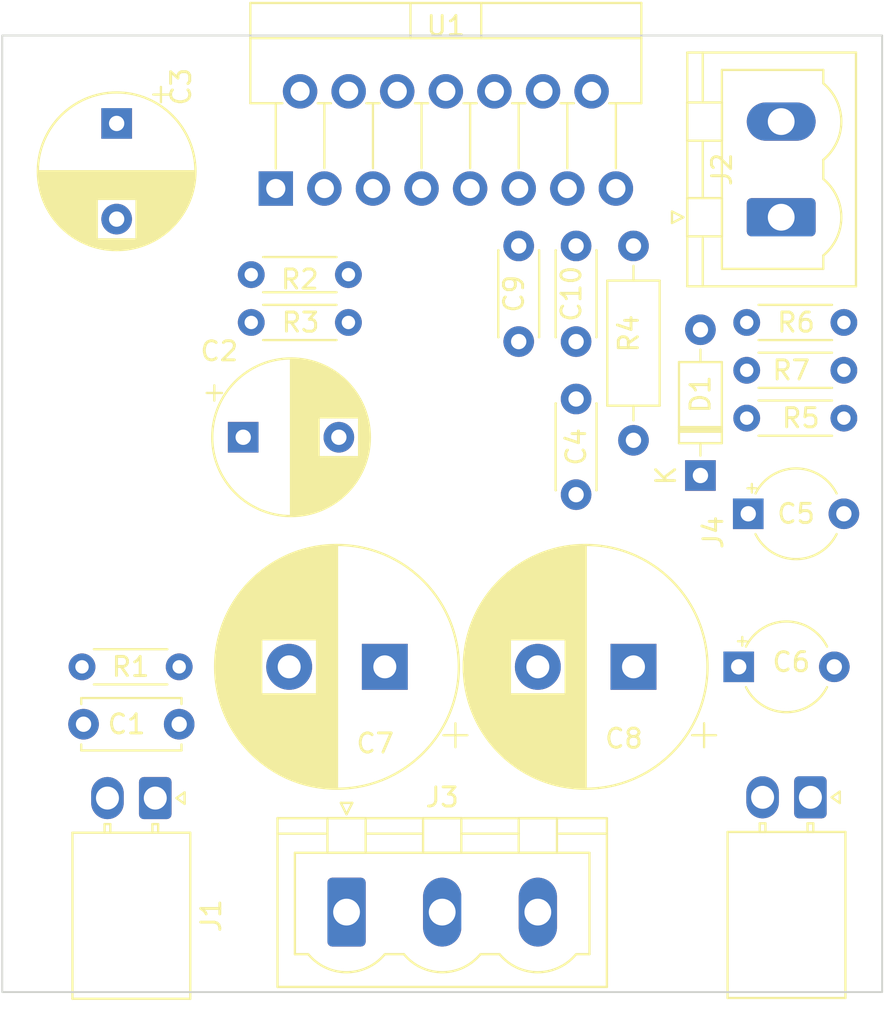
<source format=kicad_pcb>
(kicad_pcb (version 20240108) (generator "pcbnew") (generator_version "8.0")
  (layers (0 "F.Cu" signal) (31 "B.Cu" signal) (34 "B.Paste" user) (35 "F.Paste" user) (36 "B.SilkS" user "B.Silkscreen") (37 "F.SilkS" user "F.Silkscreen") (38 "B.Mask" user) (39 "F.Mask" user) (44 "Edge.Cuts" user))
  (net 0 "")
  (net 1 "Net-(J1-Pin_1)")
  (net 2 "Net-(U1-+)")
  (net 3 "Net-(C2-Pad1)")
  (net 4 "GND")
  (net 5 "Net-(U1-BOOT)")
  (net 6 "Net-(J2-Pin_1)")
  (net 7 "Net-(C4-Pad2)")
  (net 8 "STBY")
  (net 9 "Mute")
  (net 10 "+VDC")
  (net 11 "-VDC")
  (net 12 "Net-(D1-K)")
  (net 13 "/Mute{slash}st-by")
  (net 14 "Net-(U1--)")
  (footprint "Connector_Phoenix_MSTB:PhoenixContact_MSTBVA_2,5_2-G_1x02_P5.00mm_Vertical" (layer "F.Cu") (at 157.7225 47.5 90)
    (property "Reference" "J2" (at 2.5 -3.1 270) (layer "F.SilkS"))
    (property "Value" "HT")
    (pad "1" thru_hole roundrect (at 0 0 90) (size 2 3.6) (drill 1.4) (layers "*.Cu" "*.Mask") (roundrect_rratio 0.125) (net 6 "Net-(J2-Pin_1)"))
    (pad "2" thru_hole oval (at 5 0 90) (size 2 3.6) (drill 1.4) (layers "*.Cu" "*.Mask") (net 4 "GND"))
  )
  (footprint "Capacitor_THT:C_Disc_D4.3mm_W1.9mm_P5.00mm" (layer "F.Cu") (at 144 54 90)
    (property "Reference" "C9" (at 2.5 -0.25 90) (layer "F.SilkS"))
    (property "Value" "100nF")
    (pad "1" thru_hole circle (at 0 0 90) (size 1.6 1.6) (drill 0.8) (layers "*.Cu" "*.Mask") (net 4 "GND"))
    (pad "2" thru_hole circle (at 5 0 90) (size 1.6 1.6) (drill 0.8) (layers "*.Cu" "*.Mask") (net 10 "+VDC"))
  )
  (footprint "Package_TO_SOT_THT:TO-220-15_P2.54x2.54mm_StaggerOdd_Lead4.58mm_Vertical" (layer "F.Cu") (at 131.3 46)
    (property "Reference" "U1" (at 8.89 -8.502 0) (layer "F.SilkS"))
    (property "Value" "TDA7294")
    (pad "1" thru_hole rect (at 0 0) (size 1.8 1.8) (drill 1) (layers "*.Cu" "*.Mask") (net 4 "GND"))
    (pad "2" thru_hole oval (at 1.27 -5.08) (size 1.8 1.8) (drill 1) (layers "*.Cu" "*.Mask") (net 14 "Net-(U1--)"))
    (pad "3" thru_hole oval (at 2.54 0) (size 1.8 1.8) (drill 1) (layers "*.Cu" "*.Mask") (net 2 "Net-(U1-+)"))
    (pad "4" thru_hole oval (at 3.81 -5.08) (size 1.8 1.8) (drill 1) (layers "*.Cu" "*.Mask") (net 4 "GND"))
    (pad "5" thru_hole oval (at 5.08 0) (size 1.8 1.8) (drill 1) (layers "*.Cu" "*.Mask"))
    (pad "6" thru_hole oval (at 6.35 -5.08) (size 1.8 1.8) (drill 1) (layers "*.Cu" "*.Mask") (net 5 "Net-(U1-BOOT)"))
    (pad "7" thru_hole oval (at 7.62 0) (size 1.8 1.8) (drill 1) (layers "*.Cu" "*.Mask") (net 10 "+VDC"))
    (pad "8" thru_hole oval (at 8.89 -5.08) (size 1.8 1.8) (drill 1) (layers "*.Cu" "*.Mask") (net 11 "-VDC"))
    (pad "9" thru_hole oval (at 10.16 0) (size 1.8 1.8) (drill 1) (layers "*.Cu" "*.Mask") (net 8 "STBY"))
    (pad "10" thru_hole oval (at 11.43 -5.08) (size 1.8 1.8) (drill 1) (layers "*.Cu" "*.Mask") (net 9 "Mute"))
    (pad "11" thru_hole oval (at 12.7 0) (size 1.8 1.8) (drill 1) (layers "*.Cu" "*.Mask"))
    (pad "12" thru_hole oval (at 13.97 -5.08) (size 1.8 1.8) (drill 1) (layers "*.Cu" "*.Mask"))
    (pad "13" thru_hole oval (at 15.24 0) (size 1.8 1.8) (drill 1) (layers "*.Cu" "*.Mask") (net 10 "+VDC"))
    (pad "14" thru_hole oval (at 16.51 -5.08) (size 1.8 1.8) (drill 1) (layers "*.Cu" "*.Mask") (net 6 "Net-(J2-Pin_1)"))
    (pad "15" thru_hole oval (at 17.78 0) (size 1.8 1.8) (drill 1) (layers "*.Cu" "*.Mask") (net 11 "-VDC"))
  )
  (footprint "Diode_THT:D_DO-35_SOD27_P7.62mm_Horizontal" (layer "F.Cu") (at 153.5 61 90)
    (property "Reference" "D1" (at 4.25 0 90) (layer "F.SilkS"))
    (property "Value" "1N4148")
    (fp_text user "K" (at 0 -1.8 90) (layer "F.SilkS"))
    (pad "1" thru_hole rect (at 0 0 90) (size 1.6 1.6) (drill 0.8) (layers "*.Cu" "*.Mask") (net 12 "Net-(D1-K)"))
    (pad "2" thru_hole oval (at 7.62 0 90) (size 1.6 1.6) (drill 0.8) (layers "*.Cu" "*.Mask") (net 9 "Mute"))
  )
  (footprint "Resistor_THT:R_Axial_DIN0204_L3.6mm_D1.6mm_P5.08mm_Horizontal" (layer "F.Cu") (at 155.92 55.5)
    (property "Reference" "R7" (at 2.33 0 0) (layer "F.SilkS"))
    (property "Value" "10k")
    (pad "1" thru_hole circle (at 0 0) (size 1.4 1.4) (drill 0.7) (layers "*.Cu" "*.Mask") (net 12 "Net-(D1-K)"))
    (pad "2" thru_hole oval (at 5.08 0) (size 1.4 1.4) (drill 0.7) (layers "*.Cu" "*.Mask") (net 13 "/Mute{slash}st-by"))
  )
  (footprint "Capacitor_THT:C_Disc_D5.0mm_W2.5mm_P5.00mm" (layer "F.Cu") (at 126.25 74 180)
    (property "Reference" "C1" (at 2.75 0 0) (layer "F.SilkS"))
    (property "Value" "470nF")
    (pad "1" thru_hole circle (at 0 0 180) (size 1.6 1.6) (drill 0.8) (layers "*.Cu" "*.Mask") (net 1 "Net-(J1-Pin_1)"))
    (pad "2" thru_hole circle (at 5 0 180) (size 1.6 1.6) (drill 0.8) (layers "*.Cu" "*.Mask") (net 2 "Net-(U1-+)"))
  )
  (footprint "Resistor_THT:R_Axial_DIN0204_L3.6mm_D1.6mm_P5.08mm_Horizontal" (layer "F.Cu") (at 121.17 71)
    (property "Reference" "R1" (at 2.54 0 0) (layer "F.SilkS"))
    (property "Value" "22k")
    (pad "1" thru_hole circle (at 0 0) (size 1.4 1.4) (drill 0.7) (layers "*.Cu" "*.Mask") (net 4 "GND"))
    (pad "2" thru_hole oval (at 5.08 0) (size 1.4 1.4) (drill 0.7) (layers "*.Cu" "*.Mask") (net 2 "Net-(U1-+)"))
  )
  (footprint "Resistor_THT:R_Axial_DIN0204_L3.6mm_D1.6mm_P5.08mm_Horizontal" (layer "F.Cu") (at 155.92 53)
    (property "Reference" "R6" (at 2.58 0 0) (layer "F.SilkS"))
    (property "Value" "30k")
    (pad "1" thru_hole circle (at 0 0) (size 1.4 1.4) (drill 0.7) (layers "*.Cu" "*.Mask") (net 9 "Mute"))
    (pad "2" thru_hole oval (at 5.08 0) (size 1.4 1.4) (drill 0.7) (layers "*.Cu" "*.Mask") (net 12 "Net-(D1-K)"))
  )
  (footprint "Resistor_THT:R_Axial_DIN0204_L3.6mm_D1.6mm_P5.08mm_Horizontal" (layer "F.Cu") (at 155.92 58)
    (property "Reference" "R5" (at 2.83 0 0) (layer "F.SilkS"))
    (property "Value" "22k")
    (pad "1" thru_hole circle (at 0 0) (size 1.4 1.4) (drill 0.7) (layers "*.Cu" "*.Mask") (net 8 "STBY"))
    (pad "2" thru_hole oval (at 5.08 0) (size 1.4 1.4) (drill 0.7) (layers "*.Cu" "*.Mask") (net 13 "/Mute{slash}st-by"))
  )
  (footprint "Capacitor_THT:CP_Radial_D12.5mm_P5.00mm" (layer "F.Cu") (at 150 71 180)
    (property "Reference" "C8" (at 0.5 -3.75 180) (layer "F.SilkS"))
    (property "Value" "1000uF")
    (pad "1" thru_hole rect (at 0 0 180) (size 2.4 2.4) (drill 1.2) (layers "*.Cu" "*.Mask") (net 4 "GND"))
    (pad "2" thru_hole circle (at 5 0 180) (size 2.4 2.4) (drill 1.2) (layers "*.Cu" "*.Mask") (net 11 "-VDC"))
  )
  (footprint "Capacitor_THT:C_Disc_D4.3mm_W1.9mm_P5.00mm" (layer "F.Cu") (at 147 57 -90)
    (property "Reference" "C4" (at 2.5 0 90) (layer "F.SilkS"))
    (property "Value" "100nF")
    (pad "1" thru_hole circle (at 0 0 270) (size 1.6 1.6) (drill 0.8) (layers "*.Cu" "*.Mask") (net 4 "GND"))
    (pad "2" thru_hole circle (at 5 0 270) (size 1.6 1.6) (drill 0.8) (layers "*.Cu" "*.Mask") (net 7 "Net-(C4-Pad2)"))
  )
  (footprint "Resistor_THT:R_Axial_DIN0204_L3.6mm_D1.6mm_P5.08mm_Horizontal" (layer "F.Cu") (at 130.017349 53)
    (property "Reference" "R3" (at 2.58 0 0) (layer "F.SilkS"))
    (property "Value" "680k")
    (pad "1" thru_hole circle (at 0 0) (size 1.4 1.4) (drill 0.7) (layers "*.Cu" "*.Mask") (net 3 "Net-(C2-Pad1)"))
    (pad "2" thru_hole oval (at 5.08 0) (size 1.4 1.4) (drill 0.7) (layers "*.Cu" "*.Mask") (net 14 "Net-(U1--)"))
  )
  (footprint "Capacitor_THT:CP_Radial_D8.0mm_P5.00mm" (layer "F.Cu") (at 129.597349 59)
    (property "Reference" "C2" (at -1.25 -4.5 0) (layer "F.SilkS"))
    (property "Value" "22uF")
    (pad "1" thru_hole rect (at 0 0) (size 1.6 1.6) (drill 0.8) (layers "*.Cu" "*.Mask") (net 3 "Net-(C2-Pad1)"))
    (pad "2" thru_hole circle (at 5 0) (size 1.6 1.6) (drill 0.8) (layers "*.Cu" "*.Mask") (net 4 "GND"))
  )
  (footprint "Resistor_THT:R_Axial_DIN0204_L3.6mm_D1.6mm_P5.08mm_Horizontal" (layer "F.Cu") (at 130.017349 50.5)
    (property "Reference" "R2" (at 2.54 0.25 0) (layer "F.SilkS"))
    (property "Value" "22k")
    (pad "1" thru_hole circle (at 0 0) (size 1.4 1.4) (drill 0.7) (layers "*.Cu" "*.Mask") (net 14 "Net-(U1--)"))
    (pad "2" thru_hole oval (at 5.08 0) (size 1.4 1.4) (drill 0.7) (layers "*.Cu" "*.Mask") (net 6 "Net-(J2-Pin_1)"))
  )
  (footprint "Capacitor_THT:CP_Radial_D8.0mm_P5.00mm" (layer "F.Cu") (at 122.980698 42.597349 -90)
    (property "Reference" "C3" (at -1.92 -3.366651 90) (layer "F.SilkS"))
    (property "Value" "22uF/250V")
    (pad "1" thru_hole rect (at 0 0 270) (size 1.6 1.6) (drill 0.8) (layers "*.Cu" "*.Mask") (net 5 "Net-(U1-BOOT)"))
    (pad "2" thru_hole circle (at 5 0 270) (size 1.6 1.6) (drill 0.8) (layers "*.Cu" "*.Mask") (net 6 "Net-(J2-Pin_1)"))
  )
  (footprint "Connector_Phoenix_MSTB:PhoenixContact_MSTBVA_2,5_3-G_1x03_P5.00mm_Vertical" (layer "F.Cu") (at 135 83.82)
    (property "Reference" "J3" (at 5 -6 0) (layer "F.SilkS"))
    (property "Value" "Power")
    (pad "1" thru_hole roundrect (at 0 0) (size 2 3.6) (drill 1.4) (layers "*.Cu" "*.Mask") (roundrect_rratio 0.125) (net 10 "+VDC"))
    (pad "2" thru_hole oval (at 5 0) (size 2 3.6) (drill 1.4) (layers "*.Cu" "*.Mask") (net 4 "GND"))
    (pad "3" thru_hole oval (at 10 0) (size 2 3.6) (drill 1.4) (layers "*.Cu" "*.Mask") (net 11 "-VDC"))
  )
  (footprint "Capacitor_THT:CP_Radial_D12.5mm_P5.00mm" (layer "F.Cu") (at 137 71 180)
    (property "Reference" "C7" (at 0.5 -4 0) (layer "F.SilkS"))
    (property "Value" "1000uF")
    (pad "1" thru_hole rect (at 0 0 180) (size 2.4 2.4) (drill 1.2) (layers "*.Cu" "*.Mask") (net 10 "+VDC"))
    (pad "2" thru_hole circle (at 5 0 180) (size 2.4 2.4) (drill 1.2) (layers "*.Cu" "*.Mask") (net 4 "GND"))
  )
  (footprint "Connector_Molex:Molex_Nano-Fit_105313-xx02_1x02_P2.50mm_Horizontal" (layer "F.Cu") (at 159.25 77.82 -90)
    (property "Reference" "J4" (at -13.85 5.08 90) (layer "F.SilkS"))
    (property "Value" "IN")
    (pad "" np_thru_hole circle (at 7.18 0 270) (size 1.7 1.7) (drill 1.7) (layers "*.Cu" "*.Mask"))
    (pad "" np_thru_hole circle (at 7.18 2.5 270) (size 1.7 1.7) (drill 1.7) (layers "*.Cu" "*.Mask"))
    (pad "1" thru_hole roundrect (at 0 0 270) (size 2.2 1.7) (drill 1.2) (layers "*.Cu" "*.Mask") (roundrect_rratio 0.1470588235) (net 4 "GND"))
    (pad "2" thru_hole oval (at 0 2.5 270) (size 2.2 1.7) (drill 1.2) (layers "*.Cu" "*.Mask") (net 13 "/Mute{slash}st-by"))
  )
  (footprint "Capacitor_THT:CP_Radial_Tantal_D4.5mm_P5.00mm" (layer "F.Cu") (at 155.5 71)
    (property "Reference" "C6" (at 2.75 -0.25 0) (layer "F.SilkS"))
    (property "Value" "22uF")
    (pad "1" thru_hole rect (at 0 0) (size 1.6 1.6) (drill 0.8) (layers "*.Cu" "*.Mask") (net 9 "Mute"))
    (pad "2" thru_hole circle (at 5 0) (size 1.6 1.6) (drill 0.8) (layers "*.Cu" "*.Mask") (net 4 "GND"))
  )
  (footprint "Connector_Molex:Molex_Nano-Fit_105313-xx02_1x02_P2.50mm_Horizontal" (layer "F.Cu") (at 125 77.86 -90)
    (property "Reference" "J1" (at 6.15 -2.92 90) (layer "F.SilkS"))
    (property "Value" "IN")
    (pad "" np_thru_hole circle (at 7.18 0 270) (size 1.7 1.7) (drill 1.7) (layers "*.Cu" "*.Mask"))
    (pad "" np_thru_hole circle (at 7.18 2.5 270) (size 1.7 1.7) (drill 1.7) (layers "*.Cu" "*.Mask"))
    (pad "1" thru_hole roundrect (at 0 0 270) (size 2.2 1.7) (drill 1.2) (layers "*.Cu" "*.Mask") (roundrect_rratio 0.1470588235) (net 1 "Net-(J1-Pin_1)"))
    (pad "2" thru_hole oval (at 0 2.5 270) (size 2.2 1.7) (drill 1.2) (layers "*.Cu" "*.Mask") (net 4 "GND"))
  )
  (footprint "Capacitor_THT:C_Disc_D4.3mm_W1.9mm_P5.00mm" (layer "F.Cu") (at 147 49 -90)
    (property "Reference" "C10" (at 2.5 0.25 90) (layer "F.SilkS"))
    (property "Value" "100nF")
    (pad "1" thru_hole circle (at 0 0 270) (size 1.6 1.6) (drill 0.8) (layers "*.Cu" "*.Mask") (net 11 "-VDC"))
    (pad "2" thru_hole circle (at 5 0 270) (size 1.6 1.6) (drill 0.8) (layers "*.Cu" "*.Mask") (net 4 "GND"))
  )
  (footprint "Resistor_THT:R_Axial_DIN0207_L6.3mm_D2.5mm_P10.16mm_Horizontal" (layer "F.Cu") (at 150 49 -90)
    (property "Reference" "R4" (at 4.58 0.25 90) (layer "F.SilkS"))
    (property "Value" "2R7")
    (pad "1" thru_hole circle (at 0 0 270) (size 1.6 1.6) (drill 0.8) (layers "*.Cu" "*.Mask") (net 6 "Net-(J2-Pin_1)"))
    (pad "2" thru_hole oval (at 10.16 0 270) (size 1.6 1.6) (drill 0.8) (layers "*.Cu" "*.Mask") (net 7 "Net-(C4-Pad2)"))
  )
  (footprint "Capacitor_THT:CP_Radial_Tantal_D4.5mm_P5.00mm" (layer "F.Cu") (at 156 63)
    (property "Reference" "C5" (at 2.5 0 0) (layer "F.SilkS"))
    (property "Value" "22uF")
    (pad "1" thru_hole rect (at 0 0) (size 1.6 1.6) (drill 0.8) (layers "*.Cu" "*.Mask") (net 8 "STBY"))
    (pad "2" thru_hole circle (at 5 0) (size 1.6 1.6) (drill 0.8) (layers "*.Cu" "*.Mask") (net 4 "GND"))
  )
  (gr_rect (start 117 38) (end 163 88) (stroke (width 0.1)) (fill none) (layer "Edge.Cuts"))
)
</source>
